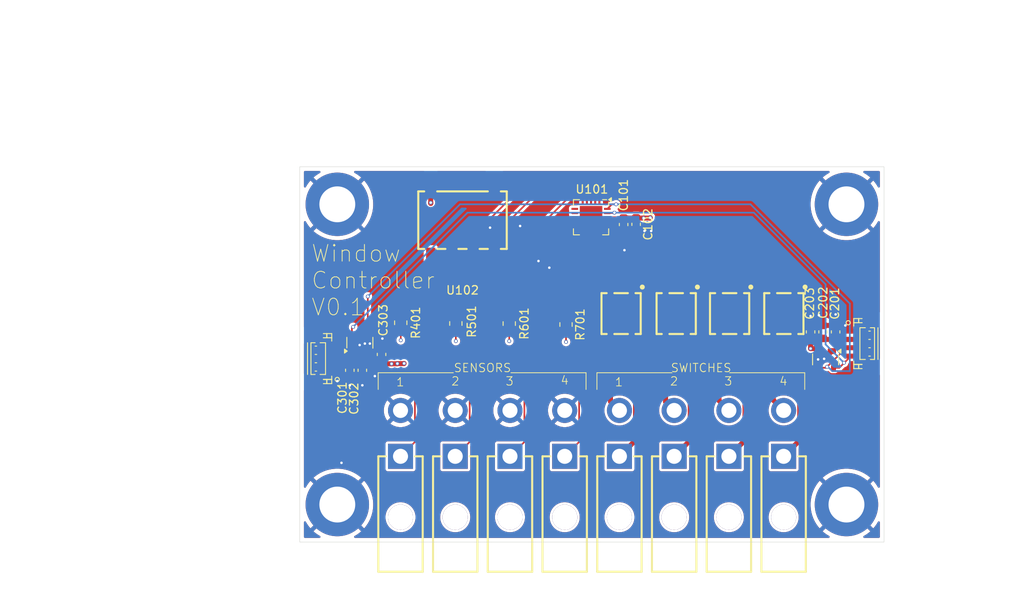
<source format=kicad_pcb>
(kicad_pcb (version 20241229) (generator "pcbnew") (generator_version "9.0")
  (layers (0 "F.Cu" signal) (4 "In1.Cu" power "Ground") (6 "In2.Cu" power "Power") (2 "B.Cu" signal) (13 "F.Paste" user) (15 "B.Paste" user) (5 "F.SilkS" user "F.Silkscreen") (7 "B.SilkS" user "B.Silkscreen") (1 "F.Mask" user) (3 "B.Mask" user) (25 "Edge.Cuts" user))
  (net 0 "")
  (net 1 "GND")
  (net 2 "/i2c/VIN")
  (net 3 "/i2c/I2C.SDA")
  (net 4 "/i2c/I2C.SCL")
  (net 7 "/sensor/OUT")
  (net 8 "/sensor1/OUT")
  (net 9 "/sensor2/OUT")
  (net 10 "/sensor3/OUT")
  (net 11 "Net-(CN1001-Pad2)")
  (net 12 "Net-(CN1001-Pad1)")
  (net 13 "/switch1/IN")
  (net 14 "/switch3/IN")
  (net 15 "/switch/IN")
  (net 16 "/switch2/IN")
  (net 19 "Net-(CN801-Pad1)")
  (net 20 "Net-(CN801-Pad2)")
  (net 21 "Net-(CN901-Pad1)")
  (net 22 "Net-(CN901-Pad2)")
  (net 23 "Net-(CN1101-Pad2)")
  (net 24 "Net-(CN1101-Pad1)")
  (net 28 "Net-(U101-A0)")
  (net 30 "Net-(U101-A1)")
  (net 31 "Net-(U101-A2)")
  (footprint "easyeda2kicad:SOP-4_L4.3-W4.4-P2.54-LS7.0-BL" (layer "F.Cu") (at 73.5 33.1 180)
    (property "Reference" "U1101" (hide yes))
    (property "Value" "GAQY221S")
    (pad "1" smd oval (at -1.27 3.5) (size 0.9 2) (layers "F.Cu" "F.Mask" "F.Paste") (net 14 "/switch3/IN"))
    (pad "2" smd oval (at 1.27 3.5) (size 0.9 2) (layers "F.Cu" "F.Mask" "F.Paste") (net 1 "GND"))
    (pad "3" smd oval (at 1.27 -3.5) (size 0.9 2) (layers "F.Cu" "F.Mask" "F.Paste") (net 23 "Net-(CN1101-Pad2)"))
    (pad "4" smd oval (at -1.27 -3.5) (size 0.9 2) (layers "F.Cu" "F.Mask" "F.Paste") (net 24 "Net-(CN1101-Pad1)"))
  )
  (footprint "easyeda2kicad:CONN-TH_2P-P5.50_39-30-1020" (layer "F.Cu") (at 60.357143 47.4675)
    (property "Reference" "CN801" (hide yes))
    (property "Value" "39-30-1020")
    (pad "" thru_hole circle (at 0 10.05) (size 3 3) (drill 3) (layers "*.Cu" "*.Mask"))
    (pad "1" thru_hole rect (at 0 2.75) (size 3 3) (drill 1.799996) (layers "*.Cu" "*.Mask") (net 19 "Net-(CN801-Pad1)"))
    (pad "2" thru_hole circle (at 0 -2.75) (size 3 3) (drill 1.799996) (layers "*.Cu" "*.Mask") (net 20 "Net-(CN801-Pad2)"))
  )
  (footprint "MountingHole:MountingHole_4.3mm_M4_ISO7380_Pad" (layer "F.Cu") (at 81 56)
    (property "Reference" "H104" (hide yes))
    (property "Value" "MountingHole_Pad")
    (pad "1" thru_hole circle (at 0 0) (size 7.6 7.6) (drill 4.3) (layers "*.Cu" "*.Mask") (net 1 "GND"))
  )
  (footprint "Capacitor_SMD:C_0603_1608Metric" (layer "F.Cu") (at 78.2 35.3 90)
    (property "Reference" "C202" (at 3.5 0 90) (layer "F.SilkS"))
    (property "Value" "1uf")
    (pad "1" smd roundrect (at -0.775 0 90) (size 0.9 0.95) (layers "F.Cu" "F.Mask" "F.Paste") (net 2 "/i2c/VIN"))
    (pad "2" smd roundrect (at 0.775 0 90) (size 0.9 0.95) (layers "F.Cu" "F.Mask" "F.Paste") (net 1 "GND"))
  )
  (footprint "Capacitor_SMD:C_0603_1608Metric" (layer "F.Cu") (at 76.7 35.3 90)
    (property "Reference" "C203" (at 3.4 -0.1 90) (layer "F.SilkS"))
    (property "Value" "10uf")
    (pad "1" smd roundrect (at -0.775 0 90) (size 0.9 0.95) (layers "F.Cu" "F.Mask" "F.Paste") (net 2 "/i2c/VIN"))
    (pad "2" smd roundrect (at 0.775 0 90) (size 0.9 0.95) (layers "F.Cu" "F.Mask" "F.Paste") (net 1 "GND"))
  )
  (footprint "Resistor_SMD:R_0805_2012Metric" (layer "F.Cu") (at 40.6 34.3 90)
    (property "Reference" "R601" (at 0 1.8 90) (layer "F.SilkS"))
    (property "Value" "3.3k")
    (pad "1" smd roundrect (at -0.9125 0 90) (size 1.025 1.4) (layers "F.Cu" "F.Mask" "F.Paste") (roundrect_rratio 0.243902) (net 2 "/i2c/VIN"))
    (pad "2" smd roundrect (at 0.9125 0 90) (size 1.025 1.4) (layers "F.Cu" "F.Mask" "F.Paste") (roundrect_rratio 0.243902) (net 9 "/sensor2/OUT"))
  )
  (footprint "MountingHole:MountingHole_4.3mm_M4_ISO7380_Pad" (layer "F.Cu") (at 20 56)
    (property "Reference" "H103" (hide yes))
    (property "Value" "MountingHole_Pad")
    (pad "1" thru_hole circle (at 0 0) (size 7.6 7.6) (drill 4.3) (layers "*.Cu" "*.Mask") (net 1 "GND"))
  )
  (footprint "Capacitor_SMD:C_0603_1608Metric" (layer "F.Cu") (at 23 39.9 -90)
    (property "Reference" "C302" (at 3.4 1 90) (layer "F.SilkS"))
    (property "Value" "1uf")
    (pad "1" smd roundrect (at -0.775 0 270) (size 0.9 0.95) (layers "F.Cu" "F.Mask" "F.Paste") (net 2 "/i2c/VIN"))
    (pad "2" smd roundrect (at 0.775 0 270) (size 0.9 0.95) (layers "F.Cu" "F.Mask" "F.Paste") (net 1 "GND"))
  )
  (footprint "easyeda2kicad:CONN-TH_2P-P5.50_39-30-1020" (layer "F.Cu") (at 34.128572 47.4675)
    (property "Reference" "CN501" (hide yes))
    (property "Value" "39-30-1020")
    (pad "" thru_hole circle (at 0 10.05) (size 3 3) (drill 3) (layers "*.Cu" "*.Mask"))
    (pad "1" thru_hole rect (at 0 2.75) (size 3 3) (drill 1.799996) (layers "*.Cu" "*.Mask") (net 8 "/sensor1/OUT"))
    (pad "2" thru_hole circle (at 0 -2.75) (size 3 3) (drill 1.799996) (layers "*.Cu" "*.Mask") (net 1 "GND"))
  )
  (footprint "Resistor_SMD:R_0805_2012Metric" (layer "F.Cu") (at 34.2 34.2875 90)
    (property "Reference" "R501" (at 0.227064 1.9 90) (layer "F.SilkS"))
    (property "Value" "3.3k")
    (pad "1" smd roundrect (at -0.9125 0 90) (size 1.025 1.4) (layers "F.Cu" "F.Mask" "F.Paste") (roundrect_rratio 0.243902) (net 2 "/i2c/VIN"))
    (pad "2" smd roundrect (at 0.9125 0 90) (size 1.025 1.4) (layers "F.Cu" "F.Mask" "F.Paste") (roundrect_rratio 0.243902) (net 8 "/sensor1/OUT"))
  )
  (footprint "easyeda2kicad:CONN-TH_2P-P5.50_39-30-1020" (layer "F.Cu") (at 47.242858 47.4675)
    (property "Reference" "CN701" (hide yes))
    (property "Value" "39-30-1020")
    (pad "" thru_hole circle (at 0 10.05) (size 3 3) (drill 3) (layers "*.Cu" "*.Mask"))
    (pad "1" thru_hole rect (at 0 2.75) (size 3 3) (drill 1.799996) (layers "*.Cu" "*.Mask") (net 10 "/sensor3/OUT"))
    (pad "2" thru_hole circle (at 0 -2.75) (size 3 3) (drill 1.799996) (layers "*.Cu" "*.Mask") (net 1 "GND"))
  )
  (footprint "easyeda2kicad:CONN-TH_2P-P5.50_39-30-1020" (layer "F.Cu") (at 40.685715 47.4675)
    (property "Reference" "CN601" (hide yes))
    (property "Value" "39-30-1020")
    (pad "" thru_hole circle (at 0 10.05) (size 3 3) (drill 3) (layers "*.Cu" "*.Mask"))
    (pad "1" thru_hole rect (at 0 2.75) (size 3 3) (drill 1.799996) (layers "*.Cu" "*.Mask") (net 9 "/sensor2/OUT"))
    (pad "2" thru_hole circle (at 0 -2.75) (size 3 3) (drill 1.799996) (layers "*.Cu" "*.Mask") (net 1 "GND"))
  )
  (footprint "easyeda2kicad:CONN-TH_2P-P5.50_39-30-1020" (layer "F.Cu") (at 66.914286 47.4675)
    (property "Reference" "CN1001" (hide yes))
    (property "Value" "39-30-1020")
    (pad "" thru_hole circle (at 0 10.05) (size 3 3) (drill 3) (layers "*.Cu" "*.Mask"))
    (pad "1" thru_hole rect (at 0 2.75) (size 3 3) (drill 1.799996) (layers "*.Cu" "*.Mask") (net 12 "Net-(CN1001-Pad1)"))
    (pad "2" thru_hole circle (at 0 -2.75) (size 3 3) (drill 1.799996) (layers "*.Cu" "*.Mask") (net 11 "Net-(CN1001-Pad2)"))
  )
  (footprint "easyeda2kicad:CONN-TH_2P-P5.50_39-30-1020" (layer "F.Cu") (at 53.8 47.4675)
    (property "Reference" "CN901" (hide yes))
    (property "Value" "39-30-1020")
    (pad "" thru_hole circle (at 0 10.05) (size 3 3) (drill 3) (layers "*.Cu" "*.Mask"))
    (pad "1" thru_hole rect (at 0 2.75) (size 3 3) (drill 1.799996) (layers "*.Cu" "*.Mask") (net 21 "Net-(CN901-Pad1)"))
    (pad "2" thru_hole circle (at 0 -2.75) (size 3 3) (drill 1.799996) (layers "*.Cu" "*.Mask") (net 22 "Net-(CN901-Pad2)"))
  )
  (footprint "easyeda2kicad:SOP-4_L4.3-W4.4-P2.54-LS7.0-BL" (layer "F.Cu") (at 60.6 33.1 180)
    (property "Reference" "U801" (hide yes))
    (property "Value" "GAQY221S")
    (pad "1" smd oval (at -1.27 3.5) (size 0.9 2) (layers "F.Cu" "F.Mask" "F.Paste") (net 13 "/switch1/IN"))
    (pad "2" smd oval (at 1.27 3.5) (size 0.9 2) (layers "F.Cu" "F.Mask" "F.Paste") (net 1 "GND"))
    (pad "3" smd oval (at 1.27 -3.5) (size 0.9 2) (layers "F.Cu" "F.Mask" "F.Paste") (net 20 "Net-(CN801-Pad2)"))
    (pad "4" smd oval (at -1.27 -3.5) (size 0.9 2) (layers "F.Cu" "F.Mask" "F.Paste") (net 19 "Net-(CN801-Pad1)"))
  )
  (footprint "MountingHole:MountingHole_4.3mm_M4_ISO7380_Pad" (layer "F.Cu") (at 20 20)
    (property "Reference" "H101" (hide yes))
    (property "Value" "MountingHole_Pad")
    (pad "1" thru_hole circle (at 0 0) (size 7.6 7.6) (drill 4.3) (layers "*.Cu" "*.Mask") (net 1 "GND"))
  )
  (footprint "Capacitor_SMD:C_0603_1608Metric" (layer "F.Cu") (at 54.3 22.425 -90)
    (property "Reference" "C101" (at -3.525 0 90) (layer "F.SilkS"))
    (property "Value" "100nf")
    (pad "1" smd roundrect (at -0.775 0 270) (size 0.9 0.95) (layers "F.Cu" "F.Mask" "F.Paste") (net 2 "/i2c/VIN"))
    (pad "2" smd roundrect (at 0.775 0 270) (size 0.9 0.95) (layers "F.Cu" "F.Mask" "F.Paste") (net 1 "GND"))
  )
  (footprint "Resistor_SMD:R_0805_2012Metric" (layer "F.Cu") (at 27.6 34.2 90)
    (property "Reference" "R401" (at 0 1.8 90) (layer "F.SilkS"))
    (property "Value" "3.3k")
    (pad "1" smd roundrect (at -0.9125 0 90) (size 1.025 1.4) (layers "F.Cu" "F.Mask" "F.Paste") (roundrect_rratio 0.243902) (net 2 "/i2c/VIN"))
    (pad "2" smd roundrect (at 0.9125 0 90) (size 1.025 1.4) (layers "F.Cu" "F.Mask" "F.Paste") (roundrect_rratio 0.243902) (net 7 "/sensor/OUT"))
  )
  (footprint "Capacitor_SMD:C_0603_1608Metric" (layer "F.Cu") (at 55.8 22.4 -90)
    (property "Reference" "C102" (at 0 -1.43 90) (layer "F.SilkS"))
    (property "Value" "1uf")
    (pad "1" smd roundrect (at -0.775 0 270) (size 0.9 0.95) (layers "F.Cu" "F.Mask" "F.Paste") (net 2 "/i2c/VIN"))
    (pad "2" smd roundrect (at 0.775 0 270) (size 0.9 0.95) (layers "F.Cu" "F.Mask" "F.Paste") (net 1 "GND"))
  )
  (footprint "easyeda2kicad:CONN-SMD_BM04B-SRSS-TB" (layer "F.Cu") (at 82.8 36.7 -90)
    (property "Reference" "CN201" (hide yes))
    (property "Value" "BM04B-SRSS-TB(LF)(SN)")
    (pad "0" smd rect (at -2.8 -1.26 270) (size 1.2 1.8) (layers "F.Cu" "F.Mask" "F.Paste"))
    (pad "0" smd rect (at 2.8 -1.26 270) (size 1.2 1.8) (layers "F.Cu" "F.Mask" "F.Paste"))
    (pad "1" smd rect (at -1.5 1.26 270) (size 0.6 1.55) (layers "F.Cu" "F.Mask" "F.Paste") (net 1 "GND"))
    (pad "2" smd rect (at -0.5 1.26 270) (size 0.6 1.55) (layers "F.Cu" "F.Mask" "F.Paste") (net 2 "/i2c/VIN"))
    (pad "3" smd rect (at 0.5 1.26 270) (size 0.6 1.55) (layers "F.Cu" "F.Mask" "F.Paste") (net 3 "/i2c/I2C.SDA"))
    (pad "4" smd rect (at 1.5 1.26 270) (size 0.6 1.55) (layers "F.Cu" "F.Mask" "F.Paste") (net 4 "/i2c/I2C.SCL"))
  )
  (footprint "easyeda2kicad:CONN-TH_2P-P5.50_39-30-1020" (layer "F.Cu") (at 27.571429 47.4675)
    (property "Reference" "CN401" (hide yes))
    (property "Value" "39-30-1020")
    (pad "" thru_hole circle (at 0 10.05) (size 3 3) (drill 3) (layers "*.Cu" "*.Mask"))
    (pad "1" thru_hole rect (at 0 2.75) (size 3 3) (drill 1.799996) (layers "*.Cu" "*.Mask") (net 7 "/sensor/OUT"))
    (pad "2" thru_hole circle (at 0 -2.75) (size 3 3) (drill 1.799996) (layers "*.Cu" "*.Mask") (net 1 "GND"))
  )
  (footprint "easyeda2kicad:CONN-SMD_BM04B-SRSS-TB" (layer "F.Cu") (at 18.4 38.5 90)
    (property "Reference" "CN301" (hide yes))
    (property "Value" "BM04B-SRSS-TB(LF)(SN)")
    (pad "0" smd rect (at -2.8 -1.26 90) (size 1.2 1.8) (layers "F.Cu" "F.Mask" "F.Paste"))
    (pad "0" smd rect (at 2.8 -1.26 90) (size 1.2 1.8) (layers "F.Cu" "F.Mask" "F.Paste"))
    (pad "1" smd rect (at -1.5 1.26 90) (size 0.6 1.55) (layers "F.Cu" "F.Mask" "F.Paste") (net 1 "GND"))
    (pad "2" smd rect (at -0.5 1.26 90) (size 0.6 1.55) (layers "F.Cu" "F.Mask" "F.Paste") (net 2 "/i2c/VIN"))
    (pad "3" smd rect (at 0.5 1.26 90) (size 0.6 1.55) (layers "F.Cu" "F.Mask" "F.Paste") (net 3 "/i2c/I2C.SDA"))
    (pad "4" smd rect (at 1.5 1.26 90) (size 0.6 1.55) (layers "F.Cu" "F.Mask" "F.Paste") (net 4 "/i2c/I2C.SCL"))
  )
  (footprint "easyeda2kicad:SOP-4_L4.3-W4.4-P2.54-LS7.0-BL" (layer "F.Cu") (at 54 33.1 180)
    (property "Reference" "U901" (hide yes))
    (property "Value" "GAQY221S")
    (pad "1" smd oval (at -1.27 3.5) (size 0.9 2) (layers "F.Cu" "F.Mask" "F.Paste") (net 15 "/switch/IN"))
    (pad "2" smd oval (at 1.27 3.5) (size 0.9 2) (layers "F.Cu" "F.Mask" "F.Paste") (net 1 "GND"))
    (pad "3" smd oval (at 1.27 -3.5) (size 0.9 2) (layers "F.Cu" "F.Mask" "F.Paste") (net 22 "Net-(CN901-Pad2)"))
    (pad "4" smd oval (at -1.27 -3.5) (size 0.9 2) (layers "F.Cu" "F.Mask" "F.Paste") (net 21 "Net-(CN901-Pad1)"))
  )
  (footprint "Capacitor_SMD:C_0603_1608Metric" (layer "F.Cu") (at 21.5 39.9 -90)
    (property "Reference" "C301" (at 3.3 0.9 90) (layer "F.SilkS"))
    (property "Value" "100nf")
    (pad "1" smd roundrect (at -0.775 0 270) (size 0.9 0.95) (layers "F.Cu" "F.Mask" "F.Paste") (net 2 "/i2c/VIN"))
    (pad "2" smd roundrect (at 0.775 0 270) (size 0.9 0.95) (layers "F.Cu" "F.Mask" "F.Paste") (net 1 "GND"))
  )
  (footprint "Capacitor_SMD:C_0603_1608Metric" (layer "F.Cu") (at 25.3 38 90)
    (property "Reference" "C303" (at 4.1 0.2 90) (layer "F.SilkS"))
    (property "Value" "10uf")
    (pad "1" smd roundrect (at -0.775 0 90) (size 0.9 0.95) (layers "F.Cu" "F.Mask" "F.Paste") (net 2 "/i2c/VIN"))
    (pad "2" smd roundrect (at 0.775 0 90) (size 0.9 0.95) (layers "F.Cu" "F.Mask" "F.Paste") (net 1 "GND"))
  )
  (footprint "Capacitor_SMD:C_0603_1608Metric" (layer "F.Cu") (at 79.7 35.3 90)
    (property "Reference" "C201" (at 3.4 -0.1 90) (layer "F.SilkS"))
    (property "Value" "100nf")
    (pad "1" smd roundrect (at -0.775 0 90) (size 0.9 0.95) (layers "F.Cu" "F.Mask" "F.Paste") (net 2 "/i2c/VIN"))
    (pad "2" smd roundrect (at 0.775 0 90) (size 0.9 0.95) (layers "F.Cu" "F.Mask" "F.Paste") (net 1 "GND"))
  )
  (footprint "easyeda2kicad:CONN-TH_2P-P5.50_39-30-1020" (layer "F.Cu") (at 73.471429 47.4675)
    (property "Reference" "CN1101" (hide yes))
    (property "Value" "39-30-1020")
    (pad "" thru_hole circle (at 0 10.05) (size 3 3) (drill 3) (layers "*.Cu" "*.Mask"))
    (pad "1" thru_hole rect (at 0 2.75) (size 3 3) (drill 1.799996) (layers "*.Cu" "*.Mask") (net 24 "Net-(CN1101-Pad1)"))
    (pad "2" thru_hole circle (at 0 -2.75) (size 3 3) (drill 1.799996) (layers "*.Cu" "*.Mask") (net 23 "Net-(CN1101-Pad2)"))
  )
  (footprint "Package_DFN_QFN:QFN-20-1EP_4x4mm_P0.5mm_EP2.7x2.7mm" (layer "F.Cu") (at 50.4 21.55 -90)
    (property "Reference" "U101" (at -3.35 -0.1 0) (layer "F.SilkS"))
    (property "Value" "MCP23008-xML")
    (pad "1" smd roundrect (at -1.95 -1 270) (size 0.8 0.25) (layers "F.Cu" "F.Mask" "F.Paste") (net 31 "Net-(U101-A2)"))
    (pad "2" smd roundrect (at -1.95 -0.5 270) (size 0.8 0.25) (layers "F.Cu" "F.Mask" "F.Paste") (net 30 "Net-(U101-A1)"))
    (pad "3" smd roundrect (at -1.95 0 270) (size 0.8 0.25) (layers "F.Cu" "F.Mask" "F.Paste") (net 28 "Net-(U101-A0)"))
    (pad "4" smd roundrect (at -1.95 0.5 270) (size 0.8 0.25) (layers "F.Cu" "F.Mask" "F.Paste"))
    (pad "5" smd roundrect (at -1.95 1 270) (size 0.8 0.25) (layers "F.Cu" "F.Mask" "F.Paste"))
    (pad "6" smd roundrect (at -1 1.95 270) (size 0.25 0.8) (layers "F.Cu" "F.Mask" "F.Paste"))
    (pad "7" smd roundrect (at -0.5 1.95 270) (size 0.25 0.8) (layers "F.Cu" "F.Mask" "F.Paste"))
    (pad "8" smd roundrect (at 0 1.95 270) (size 0.25 0.8) (layers "F.Cu" "F.Mask" "F.Paste"))
    (pad "9" smd roundrect (at 0.5 1.95 270) (size 0.25 0.8) (layers "F.Cu" "F.Mask" "F.Paste") (net 7 "/sensor/OUT"))
    (pad "10" smd roundrect (at 1 1.95 270) (size 0.25 0.8) (layers "F.Cu" "F.Mask" "F.Paste") (net 8 "/sensor1/OUT"))
    (pad "11" smd roundrect (at 1.95 1 270) (size 0.8 0.25) (layers "F.Cu" "F.Mask" "F.Paste") (net 9 "/sensor2/OUT"))
    (pad "12" smd roundrect (at 1.95 0.5 270) (size 0.8 0.25) (layers "F.Cu" "F.Mask" "F.Paste") (net 10 "/sensor3/OUT"))
    (pad "13" smd roundrect (at 1.95 0 270) (size 0.8 0.25) (layers "F.Cu" "F.Mask" "F.Paste") (net 15 "/switch/IN"))
    (pad "14" smd roundrect (at 1.95 -0.5 270) (size 0.8 0.25) (layers "F.Cu" "F.Mask" "F.Paste") (net 13 "/switch1/IN"))
    (pad "15" smd roundrect (at 1.95 -1 270) (size 0.8 0.25) (layers "F.Cu" "F.Mask" "F.Paste") (net 16 "/switch2/IN"))
    (pad "16" smd roundrect (at 1 -1.95 270) (size 0.25 0.8) (layers "F.Cu" "F.Mask" "F.Paste") (net 14 "/switch3/IN"))
    (pad "17" smd roundrect (at 0.5 -1.95 270) (size 0.25 0.8) (layers "F.Cu" "F.Mask" "F.Paste") (net 1 "GND"))
    (pad "18" smd roundrect (at 0 -1.95 270) (size 0.25 0.8) (layers "F.Cu" "F.Mask" "F.Paste") (net 2 "/i2c/VIN"))
    (pad "19" smd roundrect (at -0.5 -1.95 270) (size 0.25 0.8) (layers "F.Cu" "F.Mask" "F.Paste") (net 4 "/i2c/I2C.SCL"))
    (pad "20" smd roundrect (at -1 -1.95 270) (size 0.25 0.8) (layers "F.Cu" "F.Mask" "F.Paste") (net 3 "/i2c/I2C.SDA"))
    (pad "21" smd rect (at 0 0 270) (size 2.7 2.7) (property pad_prop_heatsink) (layers "F.Cu" "F.Mask"))
  )
  (footprint "MountingHole:MountingHole_4.3mm_M4_ISO7380_Pad" (layer "F.Cu") (at 81 20)
    (property "Reference" "H102" (hide yes))
    (property "Value" "MountingHole_Pad")
    (pad "1" thru_hole circle (at 0 0) (size 7.6 7.6) (drill 4.3) (layers "*.Cu" "*.Mask") (net 1 "GND"))
  )
  (footprint "Package_TO_SOT_SMD:SOT-143" (layer "F.Cu") (at 22.7 36.6 90)
    (property "Reference" "D301" (hide yes))
    (property "Value" "SP0503BAHT")
    (pad "1" smd roundrect (at -1 -0.75 90) (size 0.7 1) (layers "F.Cu" "F.Mask" "F.Paste") (net 1 "GND"))
    (pad "2" smd roundrect (at -1 0.95 90) (size 0.7 0.6) (layers "F.Cu" "F.Mask" "F.Paste") (net 2 "/i2c/VIN"))
    (pad "3" smd roundrect (at 1 0.95 90) (size 0.7 0.6) (layers "F.Cu" "F.Mask" "F.Paste") (net 3 "/i2c/I2C.SDA"))
    (pad "4" smd roundrect (at 1 -0.95 90) (size 0.7 0.6) (layers "F.Cu" "F.Mask" "F.Paste") (net 4 "/i2c/I2C.SCL"))
  )
  (footprint "easyeda2kicad:SOP-4_L4.3-W4.4-P2.54-LS7.0-BL" (layer "F.Cu") (at 67 33.1 180)
    (property "Reference" "U1001" (hide yes))
    (property "Value" "GAQY221S")
    (pad "1" smd oval (at -1.27 3.5) (size 0.9 2) (layers "F.Cu" "F.Mask" "F.Paste") (net 16 "/switch2/IN"))
    (pad "2" smd oval (at 1.27 3.5) (size 0.9 2) (layers "F.Cu" "F.Mask" "F.Paste") (net 1 "GND"))
    (pad "3" smd oval (at 1.27 -3.5) (size 0.9 2) (layers "F.Cu" "F.Mask" "F.Paste") (net 11 "Net-(CN1001-Pad2)"))
    (pad "4" smd oval (at -1.27 -3.5) (size 0.9 2) (layers "F.Cu" "F.Mask" "F.Paste") (net 12 "Net-(CN1001-Pad1)"))
  )
  (footprint "easyeda2kicad:SW-SMD_4P-L10.6-W6.9-P2.54-LS9.7_DTS04GE" (layer "F.Cu") (at 35 21.9 180)
    (property "Reference" "U102" (at 0 -8.4 0) (layer "F.SilkS"))
    (property "Value" "DTS04GE")
    (pad "1" smd rect (at -3.81 -4.4 180) (size 1.1 2.2) (layers "F.Cu" "F.Mask" "F.Paste") (net 28 "Net-(U101-A0)"))
    (pad "2" smd rect (at -1.27 -4.4 180) (size 1.1 2.2) (layers "F.Cu" "F.Mask" "F.Paste") (net 30 "Net-(U101-A1)"))
    (pad "3" smd rect (at 1.27 -4.4 180) (size 1.1 2.2) (layers "F.Cu" "F.Mask" "F.Paste") (net 31 "Net-(U101-A2)"))
    (pad "4" smd rect (at 3.81 -4.4 180) (size 1.1 2.2) (layers "F.Cu" "F.Mask" "F.Paste"))
    (pad "5" smd rect (at -3.81 4.4 180) (size 1.1 2.2) (layers "F.Cu" "F.Mask" "F.Paste") (net 1 "GND"))
    (pad "6" smd rect (at 3.81 4.4 180) (size 1.1 2.2) (layers "F.Cu" "F.Mask" "F.Paste") (net 2 "/i2c/VIN"))
  )
  (footprint "Resistor_SMD:R_0805_2012Metric" (layer "F.Cu") (at 47.4 34.4125 90)
    (property "Reference" "R701" (at 0 1.7 90) (layer "F.SilkS"))
    (property "Value" "3.3k")
    (pad "1" smd roundrect (at -0.9125 0 90) (size 1.025 1.4) (layers "F.Cu" "F.Mask" "F.Paste") (roundrect_rratio 0.243902) (net 2 "/i2c/VIN"))
    (pad "2" smd roundrect (at 0.9125 0 90) (size 1.025 1.4) (layers "F.Cu" "F.Mask" "F.Paste") (roundrect_rratio 0.243902) (net 10 "/sensor3/OUT"))
  )
  (footprint "Package_TO_SOT_SMD:SOT-143" (layer "F.Cu") (at 78.5 38.6 -90)
    (property "Reference" "D201" (hide yes))
    (property "Value" "SP0503BAHT")
    (pad "1" smd roundrect (at -1 -0.75 270) (size 0.7 1) (layers "F.Cu" "F.Mask" "F.Paste") (net 1 "GND"))
    (pad "2" smd roundrect (at -1 0.95 270) (size 0.7 0.6) (layers "F.Cu" "F.Mask" "F.Paste") (net 2 "/i2c/VIN"))
    (pad "3" smd roundrect (at 1 0.95 270) (size 0.7 0.6) (layers "F.Cu" "F.Mask" "F.Paste") (net 3 "/i2c/I2C.SDA"))
    (pad "4" smd roundrect (at 1 -0.95 270) (size 0.7 0.6) (layers "F.Cu" "F.Mask" "F.Paste") (net 4 "/i2c/I2C.SCL"))
  )
  (gr_line (start 24.9 40.2) (end 33.9 40.2) (stroke (width 0.1)) (layer "F.SilkS"))
  (gr_line (start 76 40.2) (end 76 42.2) (stroke (width 0.1)) (layer "F.SilkS"))
  (gr_line (start 76 40.2) (end 67 40.2) (stroke (width 0.1)) (layer "F.SilkS"))
  (gr_line (start 49.8 40.2) (end 49.8 42.2) (stroke (width 0.1)) (layer "F.SilkS"))
  (gr_line (start 24.9 40.2) (end 24.9 42.2) (stroke (width 0.1)) (layer "F.SilkS"))
  (gr_line (start 49.8 40.2) (end 40.8 40.2) (stroke (width 0.1)) (layer "F.SilkS"))
  (gr_line (start 51.1 40.2) (end 60.1 40.2) (stroke (width 0.1)) (layer "F.SilkS"))
  (gr_line (start 51.1 40.2) (end 51.1 42.2) (stroke (width 0.1)) (layer "F.SilkS"))
  (gr_rect (start 15.5 15.5) (end 85.5 60.5) (stroke (width 0.05)) (fill no) (layer "Edge.Cuts"))
  (gr_text "1" (at 27 41.9 0) (layer "F.SilkS") (effects (font (size 1 1) (thickness 0.1)) (justify left bottom)))
  (gr_text "3" (at 40.1 41.8 0) (layer "F.SilkS") (effects (font (size 1 1) (thickness 0.1)) (justify left bottom)))
  (gr_text "1" (at 53.2 41.9 0) (layer "F.SilkS") (effects (font (size 1 1) (thickness 0.1)) (justify left bottom)))
  (gr_text "SENSORS" (at 33.9 40.2 0) (layer "F.SilkS") (effects (font (size 1 1) (thickness 0.1)) (justify left bottom)))
  (gr_text "2" (at 33.6 41.8 0) (layer "F.SilkS") (effects (font (size 1 1) (thickness 0.1)) (justify left bottom)))
  (gr_text "3" (at 66.3 41.8 0) (layer "F.SilkS") (effects (font (size 1 1) (thickness 0.1)) (justify left bottom)))
  (gr_text "4" (at 72.9 41.8 0) (layer "F.SilkS") (effects (font (size 1 1) (thickness 0.1)) (justify left bottom)))
  (gr_text "Window\nController\nV0.1" (at 16.8 33.5 0) (layer "F.SilkS") (effects (font (size 2 2) (thickness 0.1)) (justify left bottom)))
  (gr_text "SWITCHES" (at 59.9 40.2 0) (layer "F.SilkS") (effects (font (size 1 1) (thickness 0.1)) (justify left bottom)))
  (gr_text "4" (at 46.7 41.7 0) (layer "F.SilkS") (effects (font (size 1 1) (thickness 0.1)) (justify left bottom)))
  (gr_text "2" (at 59.8 41.8 0) (layer "F.SilkS") (effects (font (size 1 1) (thickness 0.1)) (justify left bottom)))
  (segment (start 81.54 35.2) (end 80.865 34.525) (width 0.6) (layer "F.Cu") (net 1))
  (segment (start 78.25 38.6) (end 77.6 38.6) (width 0.6) (layer "F.Cu") (net 1))
  (segment (start 54.3 23.2) (end 55.775 23.2) (width 0.6) (layer "F.Cu") (net 1))
  (segment (start 77.6 38.6) (end 77.5 38.6) (width 0.6) (layer "F.Cu") (net 1))
  (segment (start 52.662562 22.05) (end 52.35 22.05) (width 0.2) (layer "F.Cu") (net 1))
  (segment (start 53.787562 23.175) (end 52.662562 22.05) (width 0.2) (layer "F.Cu") (net 1))
  (segment (start 79.25 37.6) (end 78.325 38.525) (width 0.6) (layer "F.Cu") (net 1))
  (segment (start 55.8 23.175) (end 53.787562 23.175) (width 0.2) (layer "F.Cu") (net 1))
  (segment (start 80.865 34.525) (end 76.7 34.525) (width 0.6) (layer "F.Cu") (net 1))
  (segment (start 23.9 36.7) (end 24.1 36.7) (width 0.6) (layer "F.Cu") (net 1))
  (segment (start 22.85 36.7) (end 23.3 36.7) (width 0.6) (layer "F.Cu") (net 1))
  (segment (start 19.66 40) (end 20.335 40.675) (width 0.6) (layer "F.Cu") (net 1))
  (segment (start 78.325 38.525) (end 78.25 38.6) (width 0.6) (layer "F.Cu") (net 1))
  (segment (start 21.95 37.6) (end 22.675 36.875) (width 0.6) (layer "F.Cu") (net 1))
  (segment (start 22.675 36.875) (end 22.85 36.7) (width 0.6) (layer "F.Cu") (net 1))
  (segment (start 23.3 36.7) (end 23.9 36.7) (width 0.6) (layer "F.Cu") (net 1))
  (via (at 20 41.2) (size 0.45) (drill 0.3) (layers "F.Cu" "B.Cu") (net 1))
  (via (at 80.865 34.525) (size 0.45) (drill 0.3) (layers "F.Cu" "B.Cu") (net 1))
  (via (at 38.3 22.8) (size 0.45) (drill 0.3) (layers "F.Cu" "B.Cu") (net 1))
  (via (at 22.675 36.875) (size 0.45) (drill 0.3) (layers "F.Cu" "B.Cu") (net 1))
  (via (at 24.497164 40.6) (size 0.45) (drill 0.3) (layers "F.Cu" "B.Cu") (net 1))
  (via (at 77.7 33.3) (size 0.45) (drill 0.3) (layers "F.Cu" "B.Cu") (net 1))
  (via (at 41.9 22.6) (size 0.45) (drill 0.3) (layers "F.Cu" "B.Cu") (net 1))
  (via (at 79.7 33.2) (size 0.45) (drill 0.3) (layers "F.Cu" "B.Cu") (net 1))
  (via (at 44.1 26.8) (size 0.45) (drill 0.3) (layers "F.Cu" "B.Cu") (net 1))
  (via (at 77.6 38.6) (size 0.45) (drill 0.3) (layers "F.Cu" "B.Cu") (net 1))
  (via (at 78.325 38.525) (size 0.45) (drill 0.3) (layers "F.Cu" "B.Cu") (net 1))
  (via (at 56.8 23.2) (size 0.45) (drill 0.3) (layers "F.Cu" "B.Cu") (net 1))
  (via (at 23 41.7) (size 0.45) (drill 0.3) (layers "F.Cu" "B.Cu") (net 1))
  (via (at 23.9 36.7) (size 0.45) (drill 0.3) (layers "F.Cu" "B.Cu") (net 1))
  (via (at 45.4 27.6) (size 0.45) (drill 0.3) (layers "F.Cu" "B.Cu") (net 1))
  (via (at 20.5 51) (size 0.45) (drill 0.3) (layers "F.Cu" "B.Cu") (net 1))
  (via (at 76.7 33.4) (size 0.45) (drill 0.3) (layers "F.Cu" "B.Cu") (net 1))
  (via (at 54.4 25.5) (size 0.45) (drill 0.3) (layers "F.Cu" "B.Cu") (net 1))
  (via (at 21.5 41.7) (size 0.45) (drill 0.3) (layers "F.Cu" "B.Cu") (net 1))
  (via (at 25.4 36.1) (size 0.45) (drill 0.3) (layers "F.Cu" "B.Cu") (net 1))
  (via (at 57.6 23.2) (size 0.45) (drill 0.3) (layers "F.Cu" "B.Cu") (net 1))
  (via (at 23.3 36.7) (size 0.45) (drill 0.3) (layers "F.Cu" "B.Cu") (net 1))
  (segment (start 27.978222 39.1) (end 28 39.078222) (width 0.6) (layer "F.Cu") (net 2))
  (segment (start 23.65 37.6) (end 23.65 38.475) (width 0.2) (layer "F.Cu") (net 2))
  (segment (start 54.3 21.65) (end 54.8 21.65) (width 0.6) (layer "F.Cu") (net 2))
  (segment (start 26.5 39.125) (end 27.175 39.125) (width 0.6) (layer "F.Cu") (net 2))
  (segment (start 77.25 37.3) (end 77.55 37.6) (width 0.6) (layer "F.Cu") (net 2))
  (segment (start 47.4 35.325) (end 47.4 36.5) (width 0.2) (layer "F.Cu") (net 2))
  (segment (start 27.175 39.125) (end 27.2 39.1) (width 0.6) (layer "F.Cu") (net 2))
  (segment (start 31.19 17.5) (end 31.19 19.8) (width 0.6) (layer "F.Cu") (net 2))
  (segment (start 27.2 39.1) (end 27.978222 39.1) (width 0.6) (layer "F.Cu") (net 2))
  (segment (start 57.45 21.65) (end 57.5 21.6) (width 0.6) (layer "F.Cu") (net 2))
  (segment (start 31.19 19.8) (end 31.19 19.89) (width 0.6) (layer "F.Cu") (net 2))
  (segment (start 54.3 21.65) (end 56.7 21.65) (width 0.6) (layer "F.Cu") (net 2))
  (segment (start 19.66 39) (end 24.375 39) (width 0.6) (layer "F.Cu") (net 2))
  (segment (start 54.825 21.625) (end 54.8 21.65) (width 0.2) (layer "F.Cu") (net 2))
  (segment (start 56.7 21.65) (end 57.45 21.65) (width 0.6) (layer "F.Cu") (net 2))
  (segment (start 81.54 36.2) (end 76.825 36.2) (width 0.6) (layer "F.Cu") (net 2))
  (segment (start 77.55 36.725) (end 78.2 36.075) (width 0.2) (layer "F.Cu") (net 2))
  (segment (start 34.2 35.2) (end 34.2 36.4) (width 0.2) (layer "F.Cu") (net 2))
  (segment (start 76.7 37.3) (end 77.25 37.3) (width 0.6) (layer "F.Cu") (net 2))
  (segment (start 23.65 38.475) (end 23 39.125) (width 0.2) (layer "F.Cu") (net 2))
  (segment (start 52.35 21.55) (end 55.725 21.55) (width 0.2) (layer "F.Cu") (net 2))
  (segment (start 76.7 37.3) (end 76.7 36.075) (width 0.6) (layer "F.Cu") (net 2))
  (segment (start 40.6 35.2125) (end 40.6 36.4) (width 0.2) (layer "F.Cu") (net 2))
  (segment (start 77.55 37.6) (end 77.55 36.725) (width 0.2) (layer "F.Cu") (net 2))
  (segment (start 31.19 19.89) (end 31.2 19.9) (width 0.6) (layer "F.Cu") (net 2))
  (segment (start 24.5 39.125) (end 26.5 39.125) (width 0.6) (layer "F.Cu") (net 2))
  (segment (start 27.6 35.1125) (end 27.6 36.3) (width 0.2) (layer "F.Cu") (net 2))
  (segment (start 55.8 21.625) (end 54.825 21.625) (width 0.2) (layer "F.Cu") (net 2))
  (via (at 47.4 36.5) (size 0.45) (drill 0.3) (layers "F.Cu" "B.Cu") (net 2))
  (via (at 56.7 21.65) (size 0.45) (drill 0.3) (layers "F.Cu" "B.Cu") (net 2))
  (via (at 28 39.078222) (size 0.45) (drill 0.3) (layers "F.Cu" "B.Cu") (net 2))
  (via (at 27.2 39.1) (size 0.45) (drill 0.3) (layers "F.Cu" "B.Cu") (net 2))
  (via (at 40.6 36.4) (size 0.45) (drill 0.3) (layers "F.Cu" "B.Cu") (net 2))
  (via (at 31.19 19.8) (size 0.45) (drill 0.3) (layers "F.Cu" "B.Cu") (net 2))
  (via (at 26.5 39.125) (size 0.45) (drill 0.3) (layers "F.Cu" "B.Cu") (net 2))
  (via (at 34.2 36.4) (size 0.45) (drill 0.3) (layers "F.Cu" "B.Cu") (net 2))
  (via (at 57.5 21.6) (size 0.45) (drill 0.3) (layers "F.Cu" "B.Cu") (net 2))
  (via (at 76.7 37.3) (size 0.45) (drill 0.3) (layers "F.Cu" "B.Cu") (net 2))
  (via (at 27.6 36.3) (size 0.45) (drill 0.3) (layers "F.Cu" "B.Cu") (net 2))
  (segment (start 22.638728 35.6) (end 23.65 35.6) (width 0.2) (layer "F.Cu") (net 3))
  (segment (start 23.65 35.6) (end 23.65 31.05) (width 0.2) (layer "F.Cu") (net 3))
  (segment (start 52.9 20) (end 52.35 20.55) (width 0.2) (layer "F.Cu") (net 3))
  (segment (start 80.961272 37.2) (end 78.680636 39.480636) (width 0.2) (layer "F.Cu") (net 3))
  (segment (start 20.238728 38) (end 22.638728 35.6) (width 0.2) (layer "F.Cu") (net 3))
  (segment (start 78.561272 39.6) (end 77.55 39.6) (width 0.2) (layer "F.Cu") (net 3))
  (segment (start 53.4 20) (end 52.9 20) (width 0.2) (layer "F.Cu") (net 3))
  (segment (start 78.680636 39.480636) (end 78.561272 39.6) (width 0.2) (layer "F.Cu") (net 3))
  (via (at 23.65 31.05) (size 0.45) (drill 0.3) (layers "F.Cu" "B.Cu") (net 3))
  (via (at 53.4 20) (size 0.45) (drill 0.3) (layers "F.Cu" "B.Cu") (net 3))
  (via (at 78.680636 39.480636) (size 0.45) (drill 0.3) (layers "F.Cu" "B.Cu") (net 3))
  (segment (start 23.65 31.05) (end 34.7 20) (width 0.2) (layer "B.Cu") (net 3))
  (segment (start 53.4 20) (end 69.5 20) (width 0.2) (layer "B.Cu") (net 3))
  (segment (start 34.7 20) (end 53.4 20) (width 0.2) (layer "B.Cu") (net 3))
  (segment (start 81.4 40) (end 79.3 40) (width 0.2) (layer "B.Cu") (net 3))
  (segment (start 79.3 40) (end 78.8 39.5) (width 0.2) (layer "B.Cu") (net 3))
  (segment (start 69.5 20) (end 81.4 31.9) (width 0.2) (layer "B.Cu") (net 3))
  (segment (start 81.4 31.9) (end 81.4 40) (width 0.2) (layer "B.Cu") (net 3))
  (segment (start 52.35 21.05) (end 53.15 21.05) (width 0.2) (layer "F.Cu") (net 4))
  (segment (start 53.15 21.05) (end 53.2 21) (width 0.2) (layer "F.Cu") (net 4))
  (segment (start 21.75 34.85) (end 21.9 34.7) (width 0.2) (layer "F.Cu") (net 4))
  (segment (start 19.66 37) (end 21.06 35.6) (width 0.2) (layer "F.Cu") (net 4))
  (segment (start 21.75 35.6) (end 21.75 34.85) (width 0.2) (layer "F.Cu") (net 4))
  (segment (start 21.06 35.6) (end 21.75 35.6) (width 0.2) (layer "F.Cu") (net 4))
  (segment (start 80.14 39.6) (end 79.45 39.6) (width 0.2) (layer "F.Cu") (net 4))
  (segment (start 81.54 38.2) (end 80.14 39.6) (width 0.2) (layer "F.Cu") (net 4))
  (via (at 53.2 21) (size 0.45) (drill 0.3) (layers "F.Cu" "B.Cu") (net 4))
  (via (at 21.9 34.7) (size 0.45) (drill 0.3) (layers "F.Cu" "B.Cu") (net 4))
  (via (at 80.7 39) (size 0.45) (drill 0.3) (layers "F.Cu" "B.Cu") (net 4))
  (segment (start 69.9 21) (end 78.5 29.6) (width 0.2) (layer "B.Cu") (net 4))
  (segment (start 78.5 36.8) (end 80.7 39) (width 0.2) (layer "B.Cu") (net 4))
  (segment (start 21.9 34.7) (end 35.6 21) (width 0.2) (layer "B.Cu") (net 4))
  (segment (start 53.2 21) (end 69.9 21) (width 0.2) (layer "B.Cu") (net 4))
  (segment (start 35.6 21) (end 53.2 21) (width 0.2) (layer "B.Cu") (net 4))
  (segment (start 78.5 29.6) (end 78.5 36.8) (width 0.2) (layer "B.Cu") (net 4))
  (segment (start 37.9 32.1) (end 28.7875 32.1) (width 0.2) (layer "F.Cu") (net 7))
  (segment (start 28.7875 32.1) (end 27.6 33.2875) (width 0.2) (layer "F.Cu") (net 7))
  (segment (start 29.299429 48.4895) (end 27.571429 50.2175) (width 0.2) (layer "F.Cu") (net 7))
  (segment (start 29.299429 34.986929) (end 29.299429 48.4895) (width 0.2) (layer "F.Cu") (net 7))
  (segment (start 48.45 22.05) (end 47.95 22.05) (width 0.2) (layer "F.Cu") (net 7))
  (segment (start 27.6 33.2875) (end 29.299429 34.986929) (width 0.2) (layer "F.Cu") (net 7))
  (segment (start 47.95 22.05) (end 37.9 32.1) (width 0.2) (layer "F.Cu") (net 7))
  (segment (start 48.45 23.35) (end 38.425 33.375) (width 0.2) (layer "F.Cu") (net 8))
  (segment (start 38.425 33.375) (end 34.2 33.375) (width 0.2) (layer "F.Cu") (net 8))
  (segment (start 48.45 22.55) (end 48.45 23.35) (width 0.2) (layer "F.Cu") (net 8))
  (segment (start 35.856572 48.4895) (end 34.128572 50.2175) (width 0.2) (layer "F.Cu") (net 8))
  (segment (start 35.856572 35.031572) (end 35.856572 48.4895) (width 0.2) (layer "F.Cu") (net 8))
  (segment (start 34.2 33.375) (end 35.856572 35.031572) (width 0.2) (layer "F.Cu") (net 8))
  (segment (start 42.413715 35.201215) (end 42.413715 48.4895) (width 0.2) (layer "F.Cu") (net 9))
  (segment (start 40.6 33.3875) (end 42.413715 35.201215) (width 0.2) (layer "F.Cu") (net 9))
  (segment (start 49.4 24.5875) (end 40.6 33.3875) (width 0.2) (layer "F.Cu") (net 9))
  (segment (start 42.413715 48.4895) (end 40.685715 50.2175) (width 0.2) (layer "F.Cu") (net 9))
  (segment (start 49.4 23.5) (end 49.4 24.5875) (width 0.2) (layer "F.Cu") (net 9))
  (segment (start 48.970858 48.4895) (end 47.242858 50.2175) (width 0.2) (layer "F.Cu") (net 10))
  (segment (start 48.970858 35.070858) (end 48.970858 48.4895) (width 0.2) (layer "F.Cu") (net 10))
  (segment (start 49.9 31.429578) (end 47.829578 33.5) (width 0.2) (layer "F.Cu") (net 10))
  (segment (start 47.4 33.5) (end 48.970858 35.070858) (width 0.2) (layer "F.Cu") (net 10))
  (segment (start 49.9 23.5) (end 49.9 31.429578) (width 0.2) (layer "F.Cu") (net 10))
  (segment (start 65.73 36.6) (end 65.73 43.533214) (width 0.6) (layer "F.Cu") (net 11))
  (segment (start 65.73 43.533214) (end 66.914286 44.7175) (width 0.6) (layer "F.Cu") (net 11))
  (segment (start 68.842286 48.2895) (end 66.914286 50.2175) (width 0.6) (layer "F.Cu") (net 12))
  (segment (start 68.842286 37.172286) (end 68.842286 48.2895) (width 0.6) (layer "F.Cu") (net 12))
  (segment (start 68.27 36.6) (end 68.842286 37.172286) (width 0.6) (layer "F.Cu") (net 12))
  (segment (start 55.100001 28.1) (end 50.9 23.899999) (width 0.2) (layer "F.Cu") (net 13))
  (segment (start 50.9 23.899999) (end 50.9 23.5) (width 0.2) (layer "F.Cu") (net 13))
  (segment (start 60.37 28.1) (end 55.100001 28.1) (width 0.2) (layer "F.Cu") (net 13))
  (segment (start 61.87 29.6) (end 60.37 28.1) (width 0.2) (layer "F.Cu") (net 13))
  (segment (start 56.2 26.4) (end 52.35 22.55) (width 0.2) (layer "F.Cu") (net 14))
  (segment (start 71.57 26.4) (end 56.2 26.4) (width 0.2) (layer "F.Cu") (net 14))
  (segment (start 74.77 29.6) (end 71.57 26.4) (width 0.2) (layer "F.Cu") (net 14))
  (segment (start 50.4 24.73) (end 50.4 23.5) (width 0.2) (layer "F.Cu") (net 15))
  (segment (start 55.27 29.6) (end 50.4 24.73) (width 0.2) (layer "F.Cu") (net 15))
  (segment (start 65.87 27.2) (end 55.1 27.2) (width 0.2) (layer "F.Cu") (net 16))
  (segment (start 55.1 27.2) (end 51.4 23.5) (width 0.2) (layer "F.Cu") (net 16))
  (segment (start 68.27 29.6) (end 65.87 27.2) (width 0.2) (layer "F.Cu") (net 16))
  (segment (start 62.285143 37.015143) (end 62.285143 48.2895) (width 0.6) (layer "F.Cu") (net 19))
  (segment (start 61.87 36.6) (end 62.285143 37.015143) (width 0.6) (layer "F.Cu") (net 19))
  (segment (start 62.285143 48.2895) (end 60.357143 50.2175) (width 0.6) (layer "F.Cu") (net 19))
  (segment (start 59.33 36.6) (end 59.33 43.690357) (width 0.6) (layer "F.Cu") (net 20))
  (segment (start 59.33 43.690357) (end 60.357143 44.7175) (width 0.6) (layer "F.Cu") (net 20))
  (segment (start 55.728 37.058) (end 55.728 48.2895) (width 0.6) (layer "F.Cu") (net 21))
  (segment (start 55.27 36.6) (end 55.728 37.058) (width 0.6) (layer "F.Cu") (net 21))
  (segment (start 55.728 48.2895) (end 53.8 50.2175) (width 0.6) (layer "F.Cu") (net 21))
  (segment (start 52.73 43.6475) (end 53.8 44.7175) (width 0.6) (layer "F.Cu") (net 22))
  (segment (start 52.73 36.6) (end 52.73 43.6475) (width 0.6) (layer "F.Cu") (net 22))
  (segment (start 72.23 43.476071) (end 73.471429 44.7175) (width 0.6) (layer "F.Cu") (net 23))
  (segment (start 72.23 36.6) (end 72.23 43.476071) (width 0.6) (layer "F.Cu") (net 23))
  (segment (start 75.399429 48.2895) (end 73.471429 50.2175) (width 0.6) (layer "F.Cu") (net 24))
  (segment (start 74.77 36.6) (end 75.399429 37.229429) (width 0.6) (layer "F.Cu") (net 24))
  (segment (start 75.399429 37.229429) (end 75.399429 48.2895) (width 0.6) (layer "F.Cu") (net 24))
  (segment (start 38.81 26.3) (end 40.6 26.3) (width 0.2) (layer "F.Cu") (net 28))
  (segment (start 50.171999 18.972) (end 50.4 19.200001) (width 0.2) (layer "F.Cu") (net 28))
  (segment (start 50.4 19.200001) (end 50.4 19.6) (width 0.2) (layer "F.Cu") (net 28))
  (segment (start 40.6 26.3) (end 47.928 18.972) (width 0.2) (layer "F.Cu") (net 28))
  (segment (start 47.928 18.972) (end 50.171999 18.972) (width 0.2) (layer "F.Cu") (net 28))
  (segment (start 36.27 26.3) (end 44.47 18.1) (width 0.2) (layer "F.Cu") (net 30))
  (segment (start 44.47 18.1) (end 50.5 18.1) (width 0.2) (layer "F.Cu") (net 30))
  (segment (start 50.9 18.5) (end 50.5 18.1) (width 0.2) (layer "F.Cu") (net 30))
  (segment (start 50.9 19.6) (end 50.9 18.5) (width 0.2) (layer "F.Cu") (net 30))
  (segment (start 50.5 18.1) (end 50.6 18.1) (width 0.2) (layer "F.Cu") (net 30))
  (segment (start 33.73 26.3) (end 42.73 17.3) (width 0.2) (layer "F.Cu") (net 31))
  (segment (start 42.73 17.3) (end 51.1 17.3) (width 0.2) (layer "F.Cu") (net 31))
  (segment (start 51.1 17.3) (end 51.4 17.6) (width 0.2) (layer "F.Cu") (net 31))
  (segment (start 51.4 17.6) (end 51.4 19.6) (width 0.2) (layer "F.Cu") (net 31))
  (zone (net 1) (net_name "GND") (layers "F.Cu" "B.Cu" "In1.Cu") (connect_pads (clearance 0.3)) (min_thickness 0.25) (fill yes (thermal_gap 0.5) (thermal_bridge_width 0.5))
    (polygon (pts (xy 15.5 15.5) (xy 85.5 15.5) (xy 85.5 60.5) (xy 15.5 60.5)))
  )
)
</source>
